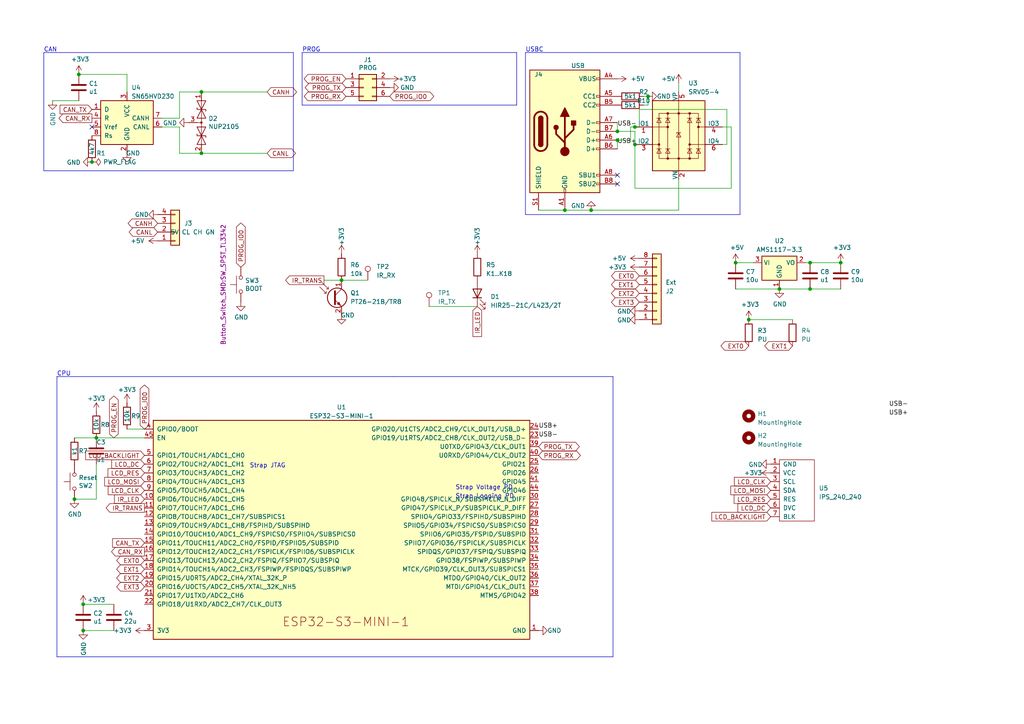
<source format=kicad_sch>
(kicad_sch (version 20230121) (generator eeschema)
  (paper "A4")
  (lib_symbols
    (symbol "Connector:TestPoint" (pin_numbers hide) (pin_names (offset 0.762) hide)
      (property "Reference" "TP" (at 0 6.858 0))
      (property "Value" "TestPoint" (at 0 5.08 0))
      (symbol "TestPoint_0_1"
        (circle (center 0 3.302) (radius 0.762))
      )
      (symbol "TestPoint_1_1"
        (pin passive line (at 0 0 90) (length 2.54) (name "1") (number "1"))
      )
    )
    (symbol "Connector:USB_C_Receptacle_USB2.0" (pin_names (offset 1.016))
      (property "Reference" "J" (at -10.16 19.05 0))
      (property "Value" "USB_C_Receptacle_USB2.0" (at 19.05 19.05 0))
      (symbol "USB_C_Receptacle_USB2.0_0_0"
        (rectangle (start -0.254 -17.78) (end 0.254 -16.764))
        (rectangle (start 10.16 -14.986) (end 9.144 -15.494))
        (rectangle (start 10.16 -12.446) (end 9.144 -12.954))
        (rectangle (start 10.16 -4.826) (end 9.144 -5.334))
        (rectangle (start 10.16 -2.286) (end 9.144 -2.794))
        (rectangle (start 10.16 0.254) (end 9.144 -0.254))
        (rectangle (start 10.16 2.794) (end 9.144 2.286))
        (rectangle (start 10.16 7.874) (end 9.144 7.366))
        (rectangle (start 10.16 10.414) (end 9.144 9.906))
        (rectangle (start 10.16 15.494) (end 9.144 14.986))
      )
      (symbol "USB_C_Receptacle_USB2.0_0_1"
        (rectangle (start -10.16 17.78) (end 10.16 -17.78) (stroke (width 0.254)) (fill (type background)))
        (arc (start -8.89 -3.81) (mid -6.985 -5.7067) (end -5.08 -3.81) (stroke (width 0.508)))
        (arc (start -7.62 -3.81) (mid -6.985 -4.4423) (end -6.35 -3.81) (stroke (width 0.254)))
        (arc (start -7.62 -3.81) (mid -6.985 -4.4423) (end -6.35 -3.81) (stroke (width 0.254)) (fill (type outline)))
        (rectangle (start -7.62 -3.81) (end -6.35 3.81) (stroke (width 0.254)) (fill (type outline)))
        (arc (start -6.35 3.81) (mid -6.985 4.4423) (end -7.62 3.81) (stroke (width 0.254)))
        (arc (start -6.35 3.81) (mid -6.985 4.4423) (end -7.62 3.81) (stroke (width 0.254)) (fill (type outline)))
        (arc (start -5.08 3.81) (mid -6.985 5.7067) (end -8.89 3.81) (stroke (width 0.508)))
        (circle (center -2.54 1.143) (radius 0.635) (stroke (width 0.254)) (fill (type outline)))
        (circle (center 0 -5.842) (radius 1.27) (fill (type outline)))
        (polyline (pts (xy -8.89 -3.81) (xy -8.89 3.81)) (stroke (width 0.508)))
        (polyline (pts (xy -5.08 3.81) (xy -5.08 -3.81)) (stroke (width 0.508)))
        (polyline (pts (xy 0 -5.842) (xy 0 4.318)) (stroke (width 0.508)))
        (polyline (pts (xy 0 -3.302) (xy -2.54 -0.762) (xy -2.54 0.508)) (stroke (width 0.508)))
        (polyline (pts (xy 0 -2.032) (xy 2.54 0.508) (xy 2.54 1.778)) (stroke (width 0.508)))
        (polyline (pts (xy -1.27 4.318) (xy 0 6.858) (xy 1.27 4.318) (xy -1.27 4.318)) (stroke (width 0.254)) (fill (type outline)))
        (rectangle (start 1.905 1.778) (end 3.175 3.048) (stroke (width 0.254)) (fill (type outline)))
      )
      (symbol "USB_C_Receptacle_USB2.0_1_1"
        (pin passive line (at 0 -22.86 90) (length 5.08) (name "GND") (number "A1"))
        (pin passive line (at 0 -22.86 90) (length 5.08) hide (name "GND") (number "A12"))
        (pin passive line (at 15.24 15.24 180) (length 5.08) (name "VBUS") (number "A4"))
        (pin bidirectional line (at 15.24 10.16 180) (length 5.08) (name "CC1") (number "A5"))
        (pin bidirectional line (at 15.24 -2.54 180) (length 5.08) (name "D+") (number "A6"))
        (pin bidirectional line (at 15.24 2.54 180) (length 5.08) (name "D-") (number "A7"))
        (pin bidirectional line (at 15.24 -12.7 180) (length 5.08) (name "SBU1") (number "A8"))
        (pin passive line (at 15.24 15.24 180) (length 5.08) hide (name "VBUS") (number "A9"))
        (pin passive line (at 0 -22.86 90) (length 5.08) hide (name "GND") (number "B1"))
        (pin passive line (at 0 -22.86 90) (length 5.08) hide (name "GND") (number "B12"))
        (pin passive line (at 15.24 15.24 180) (length 5.08) hide (name "VBUS") (number "B4"))
        (pin bidirectional line (at 15.24 7.62 180) (length 5.08) (name "CC2") (number "B5"))
        (pin bidirectional line (at 15.24 -5.08 180) (length 5.08) (name "D+") (number "B6"))
        (pin bidirectional line (at 15.24 0 180) (length 5.08) (name "D-") (number "B7"))
        (pin bidirectional line (at 15.24 -15.24 180) (length 5.08) (name "SBU2") (number "B8"))
        (pin passive line (at 15.24 15.24 180) (length 5.08) hide (name "VBUS") (number "B9"))
        (pin passive line (at -7.62 -22.86 90) (length 5.08) (name "SHIELD") (number "S1"))
      )
    )
    (symbol "Connector_Generic:Conn_01x04" (pin_names (offset 1.016) hide)
      (property "Reference" "J" (at 0 5.08 0))
      (property "Value" "Conn_01x04" (at 0 -7.62 0))
      (symbol "Conn_01x04_1_1"
        (rectangle (start -1.27 -4.953) (end 0 -5.207) (stroke (width 0.1524)))
        (rectangle (start -1.27 -2.413) (end 0 -2.667) (stroke (width 0.1524)))
        (rectangle (start -1.27 0.127) (end 0 -0.127) (stroke (width 0.1524)))
        (rectangle (start -1.27 2.667) (end 0 2.413) (stroke (width 0.1524)))
        (rectangle (start -1.27 3.81) (end 1.27 -6.35) (stroke (width 0.254)) (fill (type background)))
        (pin passive line (at -5.08 2.54 0) (length 3.81) (name "Pin_1") (number "1"))
        (pin passive line (at -5.08 0 0) (length 3.81) (name "Pin_2") (number "2"))
        (pin passive line (at -5.08 -2.54 0) (length 3.81) (name "Pin_3") (number "3"))
        (pin passive line (at -5.08 -5.08 0) (length 3.81) (name "Pin_4") (number "4"))
      )
    )
    (symbol "Connector_Generic:Conn_01x08" (pin_names (offset 1.016) hide)
      (property "Reference" "J" (at 0 10.16 0))
      (property "Value" "Conn_01x08" (at 0 -12.7 0))
      (symbol "Conn_01x08_1_1"
        (rectangle (start -1.27 -10.033) (end 0 -10.287) (stroke (width 0.1524)))
        (rectangle (start -1.27 -7.493) (end 0 -7.747) (stroke (width 0.1524)))
        (rectangle (start -1.27 -4.953) (end 0 -5.207) (stroke (width 0.1524)))
        (rectangle (start -1.27 -2.413) (end 0 -2.667) (stroke (width 0.1524)))
        (rectangle (start -1.27 0.127) (end 0 -0.127) (stroke (width 0.1524)))
        (rectangle (start -1.27 2.667) (end 0 2.413) (stroke (width 0.1524)))
        (rectangle (start -1.27 5.207) (end 0 4.953) (stroke (width 0.1524)))
        (rectangle (start -1.27 7.747) (end 0 7.493) (stroke (width 0.1524)))
        (rectangle (start -1.27 8.89) (end 1.27 -11.43) (stroke (width 0.254)) (fill (type background)))
        (pin passive line (at -5.08 7.62 0) (length 3.81) (name "Pin_1") (number "1"))
        (pin passive line (at -5.08 5.08 0) (length 3.81) (name "Pin_2") (number "2"))
        (pin passive line (at -5.08 2.54 0) (length 3.81) (name "Pin_3") (number "3"))
        (pin passive line (at -5.08 0 0) (length 3.81) (name "Pin_4") (number "4"))
        (pin passive line (at -5.08 -2.54 0) (length 3.81) (name "Pin_5") (number "5"))
        (pin passive line (at -5.08 -5.08 0) (length 3.81) (name "Pin_6") (number "6"))
        (pin passive line (at -5.08 -7.62 0) (length 3.81) (name "Pin_7") (number "7"))
        (pin passive line (at -5.08 -10.16 0) (length 3.81) (name "Pin_8") (number "8"))
      )
    )
    (symbol "Connector_Generic:Conn_02x03_Odd_Even" (pin_names (offset 1.016) hide)
      (property "Reference" "J" (at 1.27 5.08 0))
      (property "Value" "Conn_02x03_Odd_Even" (at 1.27 -5.08 0))
      (symbol "Conn_02x03_Odd_Even_1_1"
        (rectangle (start -1.27 -2.413) (end 0 -2.667) (stroke (width 0.1524)))
        (rectangle (start -1.27 0.127) (end 0 -0.127) (stroke (width 0.1524)))
        (rectangle (start -1.27 2.667) (end 0 2.413) (stroke (width 0.1524)))
        (rectangle (start -1.27 3.81) (end 3.81 -3.81) (stroke (width 0.254)) (fill (type background)))
        (rectangle (start 3.81 -2.413) (end 2.54 -2.667) (stroke (width 0.1524)))
        (rectangle (start 3.81 0.127) (end 2.54 -0.127) (stroke (width 0.1524)))
        (rectangle (start 3.81 2.667) (end 2.54 2.413) (stroke (width 0.1524)))
        (pin passive line (at -5.08 2.54 0) (length 3.81) (name "Pin_1") (number "1"))
        (pin passive line (at 7.62 2.54 180) (length 3.81) (name "Pin_2") (number "2"))
        (pin passive line (at -5.08 0 0) (length 3.81) (name "Pin_3") (number "3"))
        (pin passive line (at 7.62 0 180) (length 3.81) (name "Pin_4") (number "4"))
        (pin passive line (at -5.08 -2.54 0) (length 3.81) (name "Pin_5") (number "5"))
        (pin passive line (at 7.62 -2.54 180) (length 3.81) (name "Pin_6") (number "6"))
      )
    )
    (symbol "Device:C" (pin_numbers hide) (pin_names (offset 0.254))
      (property "Reference" "C" (at 0.635 2.54 0))
      (property "Value" "C" (at 0.635 -2.54 0))
      (symbol "C_0_1"
        (polyline (pts (xy -2.032 -0.762) (xy 2.032 -0.762)) (stroke (width 0.508)))
        (polyline (pts (xy -2.032 0.762) (xy 2.032 0.762)) (stroke (width 0.508)))
      )
      (symbol "C_1_1"
        (pin passive line (at 0 3.81 270) (length 2.794) (name "~") (number "1"))
        (pin passive line (at 0 -3.81 90) (length 2.794) (name "~") (number "2"))
      )
    )
    (symbol "Device:Q_Photo_NPN" (pin_names (offset 0) hide)
      (property "Reference" "Q" (at 5.08 1.27 0))
      (property "Value" "Q_Photo_NPN" (at 5.08 -1.27 0))
      (symbol "Q_Photo_NPN_0_1"
        (polyline (pts (xy -1.905 1.27) (xy -2.54 1.27)))
        (polyline (pts (xy -1.27 2.54) (xy -1.905 2.54)))
        (polyline (pts (xy 0.635 0.635) (xy 2.54 2.54)))
        (polyline (pts (xy -3.81 3.175) (xy -1.905 1.27) (xy -1.905 1.905)))
        (polyline (pts (xy -3.175 4.445) (xy -1.27 2.54) (xy -1.27 3.175)))
        (polyline (pts (xy 0.635 -0.635) (xy 2.54 -2.54) (xy 2.54 -2.54)))
        (polyline (pts (xy 0.635 1.905) (xy 0.635 -1.905) (xy 0.635 -1.905)) (stroke (width 0.508)))
        (polyline (pts (xy 1.27 -1.778) (xy 1.778 -1.27) (xy 2.286 -2.286) (xy 1.27 -1.778) (xy 1.27 -1.778)) (fill (type outline)))
        (circle (center 1.27 0) (radius 2.8194) (stroke (width 0.254)))
      )
      (symbol "Q_Photo_NPN_1_1"
        (pin passive line (at 2.54 5.08 270) (length 2.54) (name "C") (number "1"))
        (pin passive line (at 2.54 -5.08 90) (length 2.54) (name "E") (number "2"))
      )
    )
    (symbol "Device:R" (pin_numbers hide) (pin_names (offset 0))
      (property "Reference" "R" (at 2.032 0 90))
      (property "Value" "R" (at 0 0 90))
      (symbol "R_0_1"
        (rectangle (start -1.016 -2.54) (end 1.016 2.54) (stroke (width 0.254)))
      )
      (symbol "R_1_1"
        (pin passive line (at 0 3.81 270) (length 1.27) (name "~") (number "1"))
        (pin passive line (at 0 -3.81 90) (length 1.27) (name "~") (number "2"))
      )
    )
    (symbol "Diode:SM712_SOT23" (pin_names (offset 1.016) hide)
      (property "Reference" "D" (at 0 4.445 0))
      (property "Value" "SM712_SOT23" (at 0 2.54 0))
      (symbol "SM712_SOT23_0_0"
        (polyline (pts (xy 0 -1.27) (xy 0 0)))
      )
      (symbol "SM712_SOT23_0_1"
        (polyline (pts (xy -6.35 0) (xy 6.35 0)))
        (polyline (pts (xy -3.302 1.27) (xy -3.81 1.27) (xy -3.81 -1.27) (xy -4.318 -1.27)) (stroke (width 0.2032)))
        (polyline (pts (xy 4.318 1.27) (xy 3.81 1.27) (xy 3.81 -1.27) (xy 3.302 -1.27)) (stroke (width 0.2032)))
        (polyline (pts (xy -6.35 -1.27) (xy -1.27 1.27) (xy -1.27 -1.27) (xy -6.35 1.27) (xy -6.35 -1.27)) (stroke (width 0.2032)))
        (polyline (pts (xy 1.27 -1.27) (xy 1.27 1.27) (xy 6.35 -1.27) (xy 6.35 1.27) (xy 1.27 -1.27)) (stroke (width 0.2032)))
        (circle (center 0 0) (radius 0.254) (fill (type outline)))
      )
      (symbol "SM712_SOT23_1_1"
        (pin passive line (at -8.89 0 0) (length 2.54) (name "A1") (number "1"))
        (pin passive line (at 8.89 0 180) (length 2.54) (name "A2") (number "2"))
        (pin input line (at 0 -3.81 90) (length 2.54) (name "common") (number "3"))
      )
    )
    (symbol "Espressif:ESP32-S3-MINI-1" (pin_names (offset 1.016))
      (property "Reference" "U" (at -55.88 38.1 0))
      (property "Value" "ESP32-S3-MINI-1" (at -55.88 35.56 0))
      (symbol "ESP32-S3-MINI-1_0_0"
        (rectangle (start -55.88 33.02) (end 53.34 -30.48) (stroke (width 0.254)) (fill (type background)))
        (text "ESP32-S3-MINI-1" (at 0 -25.4 0) (effects (font (size 2.54 2.54))))
        (pin power_in line (at 55.88 -27.94 180) (length 2.54) (name "GND") (number "1"))
        (pin bidirectional line (at -58.42 10.16 0) (length 2.54) (name "GPIO6/TOUCH6/ADC1_CH5") (number "10"))
        (pin bidirectional line (at -58.42 7.62 0) (length 2.54) (name "GPIO7/TOUCH7/ADC1_CH6") (number "11"))
        (pin bidirectional line (at -58.42 5.08 0) (length 2.54) (name "GPIO8/TOUCH8/ADC1_CH7/SUBSPICS1") (number "12"))
        (pin bidirectional line (at -58.42 2.54 0) (length 2.54) (name "GPIO9/TOUCH9/ADC1_CH8/FSPIHD/SUBSPIHD") (number "13"))
        (pin bidirectional line (at -58.42 0 0) (length 2.54) (name "GPIO10/TOUCH10/ADC1_CH9/FSPICS0/FSPIIO4/SUBSPICS0") (number "14"))
        (pin bidirectional line (at -58.42 -2.54 0) (length 2.54) (name "GPIO11/TOUCH11/ADC2_CH0/FSPID/FSPIIO5/SUBSPID") (number "15"))
        (pin bidirectional line (at -58.42 -5.08 0) (length 2.54) (name "GPIO12/TOUCH12/ADC2_CH1/FSPICLK/FSPIIO6/SUBSPICLK") (number "16"))
        (pin bidirectional line (at -58.42 -7.62 0) (length 2.54) (name "GPIO13/TOUCH13/ADC2_CH2/FSPIQ/FSPIIO7/SUBSPIQ") (number "17"))
        (pin bidirectional line (at -58.42 -10.16 0) (length 2.54) (name "GPIO14/TOUCH14/ADC2_CH3/FSPIWP/FSPIDQS/SUBSPIWP") (number "18"))
        (pin bidirectional line (at -58.42 -12.7 0) (length 2.54) (name "GPIO15/U0RTS/ADC2_CH4/XTAL_32K_P") (number "19"))
        (pin passive line (at 55.88 -27.94 180) (length 2.54) hide (name "GND") (number "2"))
        (pin bidirectional line (at -58.42 -15.24 0) (length 2.54) (name "GPIO16/U0CTS/ADC2_CH5/XTAL_32K_NH5") (number "20"))
        (pin bidirectional line (at -58.42 -17.78 0) (length 2.54) (name "GPIO17/U1TXD/ADC2_CH6") (number "21"))
        (pin bidirectional line (at -58.42 -20.32 0) (length 2.54) (name "GPIO18/U1RXD/ADC2_CH7/CLK_OUT3") (number "22"))
        (pin bidirectional line (at 55.88 27.94 180) (length 2.54) (name "GPIO19/U1RTS/ADC2_CH8/CLK_OUT2/USB_D-") (number "23"))
        (pin bidirectional line (at 55.88 30.48 180) (length 2.54) (name "GPIO20/U1CTS/ADC2_CH9/CLK_OUT1/USB_D+") (number "24"))
        (pin bidirectional line (at 55.88 20.32 180) (length 2.54) (name "GPIO21") (number "25"))
        (pin bidirectional line (at 55.88 17.78 180) (length 2.54) (name "GPIO26") (number "26"))
        (pin bidirectional line (at 55.88 7.62 180) (length 2.54) (name "GPIO47/SPICLK_P/SUBSPICLK_P_DIFF") (number "27"))
        (pin bidirectional line (at 55.88 5.08 180) (length 2.54) (name "SPIIO4/GPIO33/FSPIHD/SUBSPIHD") (number "28"))
        (pin bidirectional line (at 55.88 2.54 180) (length 2.54) (name "SPIIO5/GPIO34/FSPICS0/SUBSPICS0") (number "29"))
        (pin power_in line (at -58.42 -27.94 0) (length 2.54) (name "3V3") (number "3"))
        (pin bidirectional line (at 55.88 10.16 180) (length 2.54) (name "GPIO48/SPICLK_N/SUBSPICLK_N_DIFF") (number "30"))
        (pin bidirectional line (at 55.88 0 180) (length 2.54) (name "SPIIO6/GPIO35/FSPID/SUBSPID") (number "31"))
        (pin bidirectional line (at 55.88 -2.54 180) (length 2.54) (name "SPIIO7/GPIO36/FSPICLK/SUBSPICLK") (number "32"))
        (pin bidirectional line (at 55.88 -5.08 180) (length 2.54) (name "SPIDQS/GPIO37/FSPIQ/SUBSPIQ") (number "33"))
        (pin bidirectional line (at 55.88 -7.62 180) (length 2.54) (name "GPIO38/FSPIWP/SUBSPIWP") (number "34"))
        (pin bidirectional line (at 55.88 -10.16 180) (length 2.54) (name "MTCK/GPIO39/CLK_OUT3/SUBSPICS1") (number "35"))
        (pin bidirectional line (at 55.88 -12.7 180) (length 2.54) (name "MTDO/GPIO40/CLK_OUT2") (number "36"))
        (pin bidirectional line (at 55.88 -15.24 180) (length 2.54) (name "MTDI/GPIO41/CLK_OUT1") (number "37"))
        (pin bidirectional line (at 55.88 -17.78 180) (length 2.54) (name "MTMS/GPIO42") (number "38"))
        (pin bidirectional line (at 55.88 25.4 180) (length 2.54) (name "U0TXD/GPIO43/CLK_OUT1") (number "39"))
        (pin bidirectional line (at -58.42 30.48 0) (length 2.54) (name "GPIO0/BOOT") (number "4"))
        (pin bidirectional line (at 55.88 22.86 180) (length 2.54) (name "U0RXD/GPIO44/CLK_OUT2") (number "40"))
        (pin bidirectional line (at 55.88 15.24 180) (length 2.54) (name "GPIO45") (number "41"))
        (pin passive line (at 55.88 -27.94 180) (length 2.54) hide (name "GND") (number "42"))
        (pin passive line (at 55.88 -27.94 180) (length 2.54) hide (name "GND") (number "43"))
        (pin bidirectional line (at 55.88 12.7 180) (length 2.54) (name "GPIO46") (number "44"))
        (pin input line (at -58.42 27.94 0) (length 2.54) (name "EN") (number "45"))
        (pin passive line (at 55.88 -27.94 180) (length 2.54) hide (name "GND") (number "46"))
        (pin passive line (at 55.88 -27.94 180) (length 2.54) hide (name "GND") (number "47"))
        (pin passive line (at 55.88 -27.94 180) (length 2.54) hide (name "GND") (number "48"))
        (pin passive line (at 55.88 -27.94 180) (length 2.54) hide (name "GND") (number "49"))
        (pin bidirectional line (at -58.42 22.86 0) (length 2.54) (name "GPIO1/TOUCH1/ADC1_CH0") (number "5"))
        (pin passive line (at 55.88 -27.94 180) (length 2.54) hide (name "GND") (number "50"))
        (pin passive line (at 55.88 -27.94 180) (length 2.54) hide (name "GND") (number "51"))
        (pin passive line (at 55.88 -27.94 180) (length 2.54) hide (name "GND") (number "52"))
        (pin passive line (at 55.88 -27.94 180) (length 2.54) hide (name "GND") (number "53"))
        (pin passive line (at 55.88 -27.94 180) (length 2.54) hide (name "GND") (number "54"))
        (pin passive line (at 55.88 -27.94 180) (length 2.54) hide (name "GND") (number "55"))
        (pin passive line (at 55.88 -27.94 180) (length 2.54) hide (name "GND") (number "56"))
        (pin passive line (at 55.88 -27.94 180) (length 2.54) hide (name "GND") (number "57"))
        (pin passive line (at 55.88 -27.94 180) (length 2.54) hide (name "GND") (number "58"))
        (pin passive line (at 55.88 -27.94 180) (length 2.54) hide (name "GND") (number "59"))
        (pin bidirectional line (at -58.42 20.32 0) (length 2.54) (name "GPIO2/TOUCH2/ADC1_CH1") (number "6"))
        (pin passive line (at 55.88 -27.94 180) (length 2.54) hide (name "GND") (number "60"))
        (pin passive line (at 55.88 -27.94 180) (length 2.54) hide (name "GND") (number "61"))
        (pin passive line (at 55.88 -27.94 180) (length 2.54) hide (name "GND") (number "62"))
        (pin passive line (at 55.88 -27.94 180) (length 2.54) hide (name "GND") (number "63"))
        (pin passive line (at 55.88 -27.94 180) (length 2.54) hide (name "GND") (number "64"))
        (pin passive line (at 55.88 -27.94 180) (length 2.54) hide (name "GND") (number "65"))
        (pin bidirectional line (at -58.42 17.78 0) (length 2.54) (name "GPIO3/TOUCH3/ADC1_CH2") (number "7"))
        (pin bidirectional line (at -58.42 15.24 0) (length 2.54) (name "GPIO4/TOUCH4/ADC1_CH3") (number "8"))
        (pin bidirectional line (at -58.42 12.7 0) (length 2.54) (name "GPIO5/TOUCH5/ADC1_CH4") (number "9"))
      )
    )
    (symbol "Interface_CAN_LIN:SN65HVD230" (pin_names (offset 1.016))
      (property "Reference" "U" (at -2.54 10.16 0))
      (property "Value" "SN65HVD230" (at -2.54 7.62 0))
      (symbol "SN65HVD230_0_1"
        (rectangle (start -7.62 5.08) (end 7.62 -7.62) (stroke (width 0.254)) (fill (type background)))
      )
      (symbol "SN65HVD230_1_1"
        (pin input line (at -10.16 2.54 0) (length 2.54) (name "D") (number "1"))
        (pin power_in line (at 0 -10.16 90) (length 2.54) (name "GND") (number "2"))
        (pin power_in line (at 0 7.62 270) (length 2.54) (name "VCC") (number "3"))
        (pin output line (at -10.16 0 0) (length 2.54) (name "R") (number "4"))
        (pin output line (at -10.16 -2.54 0) (length 2.54) (name "Vref") (number "5"))
        (pin bidirectional line (at 10.16 -2.54 180) (length 2.54) (name "CANL") (number "6"))
        (pin bidirectional line (at 10.16 0 180) (length 2.54) (name "CANH") (number "7"))
        (pin input line (at -10.16 -5.08 0) (length 2.54) (name "Rs") (number "8"))
      )
    )
    (symbol "LED:IR26-21C_L110_TR8" (pin_numbers hide) (pin_names (offset 1.016) hide)
      (property "Reference" "D" (at 0 2.54 0))
      (property "Value" "IR26-21C_L110_TR8" (at 0 -3.81 0))
      (symbol "IR26-21C_L110_TR8_0_1"
        (polyline (pts (xy -1.27 -1.27) (xy -1.27 1.27)) (stroke (width 0.254)))
        (polyline (pts (xy -1.27 0) (xy 1.27 0)))
        (polyline (pts (xy 1.27 -1.27) (xy 1.27 1.27) (xy -1.27 0) (xy 1.27 -1.27)) (stroke (width 0.254)))
        (polyline (pts (xy -3.048 -0.762) (xy -4.572 -2.286) (xy -3.81 -2.286) (xy -4.572 -2.286) (xy -4.572 -1.524)))
        (polyline (pts (xy -1.778 -0.762) (xy -3.302 -2.286) (xy -2.54 -2.286) (xy -3.302 -2.286) (xy -3.302 -1.524)))
      )
      (symbol "IR26-21C_L110_TR8_1_1"
        (pin passive line (at -3.81 0 0) (length 2.54) (name "K") (number "1"))
        (pin passive line (at 3.81 0 180) (length 2.54) (name "A") (number "2"))
      )
    )
    (symbol "Mechanical:MountingHole" (pin_names (offset 1.016))
      (property "Reference" "H" (at 0 5.08 0))
      (property "Value" "MountingHole" (at 0 3.175 0))
      (symbol "MountingHole_0_1"
        (circle (center 0 0) (radius 1.27) (stroke (width 1.27)))
      )
    )
    (symbol "Power_Protection:SRV05-4" (pin_names (offset 0))
      (property "Reference" "U" (at -5.08 11.43 0))
      (property "Value" "SRV05-4" (at 2.54 11.43 0))
      (symbol "SRV05-4_0_0"
        (rectangle (start -5.715 6.477) (end 5.715 -6.604))
        (polyline (pts (xy -3.175 -6.604) (xy -3.175 6.477)))
        (polyline (pts (xy 3.175 6.477) (xy 3.175 -6.604)))
      )
      (symbol "SRV05-4_0_1"
        (rectangle (start -7.62 10.16) (end 7.62 -10.16) (stroke (width 0.254)) (fill (type background)))
        (circle (center -5.715 -2.54) (radius 0.2794) (fill (type outline)))
        (circle (center -3.175 -6.604) (radius 0.2794) (fill (type outline)))
        (circle (center -3.175 2.54) (radius 0.2794) (fill (type outline)))
        (circle (center -3.175 6.477) (radius 0.2794) (fill (type outline)))
        (circle (center 0 -6.604) (radius 0.2794) (fill (type outline)))
        (polyline (pts (xy -7.747 2.54) (xy -3.175 2.54)))
        (polyline (pts (xy -7.62 -2.54) (xy -5.715 -2.54)))
        (polyline (pts (xy -5.08 -3.81) (xy -6.35 -3.81)))
        (polyline (pts (xy -5.08 5.08) (xy -6.35 5.08)))
        (polyline (pts (xy -2.54 -3.81) (xy -3.81 -3.81)))
        (polyline (pts (xy -2.54 5.08) (xy -3.81 5.08)))
        (polyline (pts (xy 0 10.16) (xy 0 -10.16)))
        (polyline (pts (xy 3.81 -3.81) (xy 2.54 -3.81)))
        (polyline (pts (xy 3.81 5.08) (xy 2.54 5.08)))
        (polyline (pts (xy 6.35 -3.81) (xy 5.08 -3.81)))
        (polyline (pts (xy 6.35 5.08) (xy 5.08 5.08)))
        (polyline (pts (xy 7.62 -2.54) (xy 3.175 -2.54)))
        (polyline (pts (xy 7.62 2.54) (xy 5.715 2.54)))
        (polyline (pts (xy 0.635 0.889) (xy -0.635 0.889) (xy -0.635 0.635)))
        (polyline (pts (xy -5.08 -5.08) (xy -6.35 -5.08) (xy -5.715 -3.81) (xy -5.08 -5.08)))
        (polyline (pts (xy -5.08 3.81) (xy -6.35 3.81) (xy -5.715 5.08) (xy -5.08 3.81)))
        (polyline (pts (xy -2.54 -5.08) (xy -3.81 -5.08) (xy -3.175 -3.81) (xy -2.54 -5.08)))
        (polyline (pts (xy -2.54 3.81) (xy -3.81 3.81) (xy -3.175 5.08) (xy -2.54 3.81)))
        (polyline (pts (xy 0.635 -0.381) (xy -0.635 -0.381) (xy 0 0.889) (xy 0.635 -0.381)))
        (polyline (pts (xy 3.81 -5.08) (xy 2.54 -5.08) (xy 3.175 -3.81) (xy 3.81 -5.08)))
        (polyline (pts (xy 3.81 3.81) (xy 2.54 3.81) (xy 3.175 5.08) (xy 3.81 3.81)))
        (polyline (pts (xy 6.35 -5.08) (xy 5.08 -5.08) (xy 5.715 -3.81) (xy 6.35 -5.08)))
        (polyline (pts (xy 6.35 3.81) (xy 5.08 3.81) (xy 5.715 5.08) (xy 6.35 3.81)))
        (circle (center 0 6.477) (radius 0.2794) (fill (type outline)))
        (circle (center 3.175 -6.604) (radius 0.2794) (fill (type outline)))
        (circle (center 3.175 -2.54) (radius 0.2794) (fill (type outline)))
        (circle (center 3.175 6.477) (radius 0.2794) (fill (type outline)))
        (circle (center 5.715 2.54) (radius 0.2794) (fill (type outline)))
      )
      (symbol "SRV05-4_1_1"
        (pin passive line (at -12.7 2.54 0) (length 5.08) (name "IO1") (number "1"))
        (pin passive line (at 0 -12.7 90) (length 2.54) (name "VN") (number "2"))
        (pin passive line (at -12.7 -2.54 0) (length 5.08) (name "IO2") (number "3"))
        (pin passive line (at 12.7 2.54 180) (length 5.08) (name "IO3") (number "4"))
        (pin passive line (at 0 12.7 270) (length 2.54) (name "VP") (number "5"))
        (pin passive line (at 12.7 -2.54 180) (length 5.08) (name "IO4") (number "6"))
      )
    )
    (symbol "Regulator_Linear:AMS1117-3.3"
      (property "Reference" "U" (at -3.81 3.175 0))
      (property "Value" "AMS1117-3.3" (at 0 3.175 0))
      (symbol "AMS1117-3.3_0_1"
        (rectangle (start -5.08 -5.08) (end 5.08 1.905) (stroke (width 0.254)) (fill (type background)))
      )
      (symbol "AMS1117-3.3_1_1"
        (pin power_in line (at 0 -7.62 90) (length 2.54) (name "GND") (number "1"))
        (pin power_out line (at 7.62 0 180) (length 2.54) (name "VO") (number "2"))
        (pin power_in line (at -7.62 0 0) (length 2.54) (name "VI") (number "3"))
      )
    )
    (symbol "Switch:SW_Push" (pin_numbers hide) (pin_names (offset 1.016) hide)
      (property "Reference" "SW" (at 1.27 2.54 0))
      (property "Value" "SW_Push" (at 0 -1.524 0))
      (symbol "SW_Push_0_1"
        (circle (center -2.032 0) (radius 0.508))
        (polyline (pts (xy 0 1.27) (xy 0 3.048)))
        (polyline (pts (xy 2.54 1.27) (xy -2.54 1.27)))
        (circle (center 2.032 0) (radius 0.508))
        (pin passive line (at -5.08 0 0) (length 2.54) (name "1") (number "1"))
        (pin passive line (at 5.08 0 180) (length 2.54) (name "2") (number "2"))
      )
    )
    (symbol "liebler_OPTO:IPS_240_240" (pin_names (offset 1.016))
      (property "Reference" "U" (at -5.08 7.62 0))
      (property "Value" "IPS_240_240" (at -5.08 5.08 0))
      (symbol "IPS_240_240_0_1"
        (rectangle (start -5.08 3.81) (end 5.08 -13.97))
      )
      (symbol "IPS_240_240_1_1"
        (pin power_in line (at -7.62 2.54 0) (length 2.54) (name "GND") (number "1"))
        (pin power_in line (at -7.62 0 0) (length 2.54) (name "VCC") (number "2"))
        (pin input line (at -7.62 -2.54 0) (length 2.54) (name "SCL") (number "3"))
        (pin input line (at -7.62 -5.08 0) (length 2.54) (name "SDA") (number "4"))
        (pin input line (at -7.62 -7.62 0) (length 2.54) (name "RES") (number "5"))
        (pin input line (at -7.62 -10.16 0) (length 2.54) (name "DVC") (number "6"))
        (pin input line (at -7.62 -12.7 0) (length 2.54) (name "BLK") (number "7"))
      )
    )
    (symbol "power:+3V3" (power) (pin_names (offset 0))
      (property "Value" "+3V3" (at 0 3.556 0))
      (symbol "+3V3_0_1"
        (polyline (pts (xy -0.762 1.27) (xy 0 2.54)))
        (polyline (pts (xy 0 0) (xy 0 2.54)))
        (polyline (pts (xy 0 2.54) (xy 0.762 1.27)))
      )
      (symbol "+3V3_1_1"
        (pin power_in line (at 0 0 90) (length 0) hide (name "+3V3") (number "1"))
      )
    )
    (symbol "power:+5V" (power) (pin_names (offset 0))
      (property "Value" "+5V" (at 0 3.556 0))
      (symbol "+5V_0_1"
        (polyline (pts (xy -0.762 1.27) (xy 0 2.54)))
        (polyline (pts (xy 0 0) (xy 0 2.54)))
        (polyline (pts (xy 0 2.54) (xy 0.762 1.27)))
      )
      (symbol "+5V_1_1"
        (pin power_in line (at 0 0 90) (length 0) hide (name "+5V") (number "1"))
      )
    )
    (symbol "power:GND" (power) (pin_names (offset 0))
      (property "Value" "GND" (at 0 -3.81 0))
      (symbol "GND_0_1"
        (polyline (pts (xy 0 0) (xy 0 -1.27) (xy 1.27 -1.27) (xy 0 -2.54) (xy -1.27 -1.27) (xy 0 -1.27)))
      )
      (symbol "GND_1_1"
        (pin power_in line (at 0 0 270) (length 0) hide (name "GND") (number "1"))
      )
    )
    (symbol "power:PWR_FLAG" (power) (pin_numbers hide) (pin_names (offset 0) hide)
      (property "Value" "PWR_FLAG" (at 0 3.81 0))
      (symbol "PWR_FLAG_0_0"
        (pin power_out line (at 0 0 90) (length 0) (name "pwr") (number "1"))
      )
      (symbol "PWR_FLAG_0_1"
        (polyline (pts (xy 0 0) (xy 0 1.27) (xy -1.016 1.905) (xy 0 2.54) (xy 1.016 1.905) (xy 0 1.27)))
      )
    )
  )
  (junction (at 27.94 127))
  (junction (at 179.07 40.64))
  (junction (at 184.15 36.83))
  (junction (at 213.36 76.2))
  (junction (at 58.42 44.45))
  (junction (at 171.45 60.96))
  (junction (at 187.96 27.94))
  (junction (at 243.84 76.2))
  (junction (at 24.13 175.26))
  (junction (at 184.15 41.91))
  (junction (at 24.13 182.88))
  (junction (at 226.06 83.82))
  (junction (at 58.42 26.67))
  (junction (at 22.86 21.59))
  (junction (at 234.95 83.82))
  (junction (at 21.59 144.78))
  (junction (at 217.17 92.71))
  (junction (at 99.06 81.28))
  (junction (at 179.07 38.1))
  (junction (at 234.95 76.2))
  (junction (at 163.83 60.96))
  (junction (at 26.67 46.99))
  (no_connect (at 179.07 53.34))
  (no_connect (at 26.67 36.83))
  (no_connect (at 179.07 50.8))
  (wire (pts (xy 179.07 35.56) (xy 179.07 38.1)))
  (wire (pts (xy 179.07 38.1) (xy 184.15 38.1)))
  (wire (pts (xy 46.99 36.83) (xy 52.07 36.83)))
  (wire (pts (xy 234.95 76.2) (xy 243.84 76.2)))
  (wire (pts (xy 52.07 36.83) (xy 52.07 44.45)))
  (wire (pts (xy 212.09 54.61) (xy 212.09 36.83)))
  (wire (pts (xy 171.45 60.96) (xy 196.85 60.96)))
  (polyline (pts (xy 152.4 15.24) (xy 214.63 15.24)))
  (wire (pts (xy 182.88 36.83) (xy 184.15 36.83)))
  (wire (pts (xy 218.44 76.2) (xy 213.36 76.2)))
  (wire (pts (xy 27.94 144.78) (xy 21.59 144.78)))
  (wire (pts (xy 27.94 127) (xy 41.91 127)))
  (wire (pts (xy 213.36 83.82) (xy 226.06 83.82)))
  (wire (pts (xy 187.96 27.94) (xy 187.96 30.48)))
  (wire (pts (xy 33.02 182.88) (xy 24.13 182.88)))
  (wire (pts (xy 179.07 40.64) (xy 182.88 40.64)))
  (polyline (pts (xy 12.7 15.24) (xy 85.09 15.24)))
  (wire (pts (xy 52.07 44.45) (xy 58.42 44.45)))
  (wire (pts (xy 93.98 81.28) (xy 99.06 81.28)))
  (wire (pts (xy 226.06 83.82) (xy 234.95 83.82)))
  (wire (pts (xy 212.09 36.83) (xy 209.55 36.83)))
  (wire (pts (xy 58.42 26.67) (xy 52.07 26.67)))
  (polyline (pts (xy 16.51 109.22) (xy 114.3 109.22)))
  (wire (pts (xy 33.02 175.26) (xy 24.13 175.26)))
  (wire (pts (xy 179.07 40.64) (xy 179.07 43.18)))
  (polyline (pts (xy 85.09 15.24) (xy 85.09 49.53)))
  (polyline (pts (xy 152.4 15.24) (xy 152.4 62.23)))
  (wire (pts (xy 186.69 27.94) (xy 187.96 27.94)))
  (wire (pts (xy 185.42 36.83) (xy 185.42 31.75)))
  (wire (pts (xy 124.46 88.9) (xy 138.43 88.9)))
  (wire (pts (xy 182.88 40.64) (xy 182.88 36.83)))
  (wire (pts (xy 52.07 26.67) (xy 52.07 34.29)))
  (wire (pts (xy 58.42 44.45) (xy 77.47 44.45)))
  (polyline (pts (xy 87.63 15.24) (xy 149.86 15.24)))
  (wire (pts (xy 21.59 127) (xy 27.94 127)))
  (polyline (pts (xy 16.51 109.22) (xy 16.51 190.5)))
  (polyline (pts (xy 177.8 109.22) (xy 177.8 190.5)))
  (polyline (pts (xy 149.86 30.48) (xy 87.63 30.48)))
  (polyline (pts (xy 114.3 109.22) (xy 177.8 109.22)))
  (wire (pts (xy 36.83 26.67) (xy 36.83 21.59)))
  (wire (pts (xy 58.42 26.67) (xy 77.47 26.67)))
  (polyline (pts (xy 16.51 190.5) (xy 177.8 190.5)))
  (wire (pts (xy 184.15 38.1) (xy 184.15 41.91)))
  (wire (pts (xy 184.15 54.61) (xy 212.09 54.61)))
  (wire (pts (xy 22.86 29.21) (xy 15.24 29.21)))
  (wire (pts (xy 22.86 21.59) (xy 36.83 21.59)))
  (wire (pts (xy 217.17 92.71) (xy 229.87 92.71)))
  (wire (pts (xy 184.15 36.83) (xy 185.42 36.83)))
  (wire (pts (xy 163.83 60.96) (xy 171.45 60.96)))
  (wire (pts (xy 234.95 83.82) (xy 243.84 83.82)))
  (wire (pts (xy 210.82 41.91) (xy 209.55 41.91)))
  (wire (pts (xy 185.42 31.75) (xy 210.82 31.75)))
  (wire (pts (xy 52.07 34.29) (xy 46.99 34.29)))
  (polyline (pts (xy 16.51 109.22) (xy 16.51 109.22)))
  (polyline (pts (xy 214.63 15.24) (xy 214.63 62.23)))
  (polyline (pts (xy 214.63 62.23) (xy 152.4 62.23)))
  (wire (pts (xy 196.85 52.07) (xy 196.85 60.96)))
  (wire (pts (xy 187.96 30.48) (xy 186.69 30.48)))
  (wire (pts (xy 156.21 60.96) (xy 163.83 60.96)))
  (wire (pts (xy 99.06 81.28) (xy 106.68 81.28)))
  (wire (pts (xy 27.94 134.62) (xy 27.94 144.78)))
  (polyline (pts (xy 12.7 49.53) (xy 12.7 15.24)))
  (wire (pts (xy 196.85 26.67) (xy 196.85 24.13)))
  (polyline (pts (xy 87.63 15.24) (xy 87.63 30.48)))
  (polyline (pts (xy 85.09 49.53) (xy 12.7 49.53)))
  (wire (pts (xy 184.15 41.91) (xy 184.15 54.61)))
  (polyline (pts (xy 149.86 15.24) (xy 149.86 30.48)))
  (wire (pts (xy 210.82 31.75) (xy 210.82 41.91)))
  (wire (pts (xy 36.83 124.46) (xy 41.91 124.46)))
  (wire (pts (xy 234.95 76.2) (xy 233.68 76.2)))
  (text "Strap JTAG" (at 72.39 135.89 0) (effects (font (size 1.27 1.27)) (justify left bottom)))
  (text "Strap Voltage PD" (at 132.08 142.24 0) (effects (font (size 1.27 1.27)) (justify left bottom)))
  (text "CPU" (at 16.51 109.22 0) (effects (font (size 1.27 1.27)) (justify left bottom)))
  (text "Strap Logging PD" (at 132.08 144.78 0) (effects (font (size 1.27 1.27)) (justify left bottom)))
  (text "USBC" (at 152.4 15.24 0) (effects (font (size 1.27 1.27)) (justify left bottom)))
  (text "CAN" (at 12.7 15.24 0) (effects (font (size 1.27 1.27)) (justify left bottom)))
  (text "PROG" (at 87.63 15.24 0) (effects (font (size 1.27 1.27)) (justify left bottom)))
  (label "USB-" (at 156.21 127 0))
  (label "USB-" (at 179.07 36.83 0))
  (label "USB+" (at 179.07 41.91 0))
  (label "USB+" (at 257.81 120.65 0))
  (label "USB+" (at 156.21 124.46 0))
  (label "USB-" (at 257.81 118.11 0))
  (global_label "EXT3" (shape bidirectional) (at 41.91 170.18 180) (property "Intersheetrefs" "${INTERSHEET_REFS}" (effects hide)))
  (global_label "EXT1" (shape bidirectional) (at 41.91 165.1 180) (property "Intersheetrefs" "${INTERSHEET_REFS}" (effects hide)))
  (global_label "LCD_CLK" (shape input) (at 41.91 142.24 180) (property "Intersheetrefs" "${INTERSHEET_REFS}" (effects hide)))
  (global_label "LCD_BACKLIGHT" (shape input) (at 223.52 149.86 180) (property "Intersheetrefs" "${INTERSHEET_REFS}" (effects hide)))
  (global_label "PROG_IO0" (shape bidirectional) (at 113.03 27.94 0) (property "Intersheetrefs" "${INTERSHEET_REFS}" (effects hide)))
  (global_label "LCD_RES" (shape input) (at 41.91 137.16 180) (property "Intersheetrefs" "${INTERSHEET_REFS}" (effects hide)))
  (global_label "IR_LED" (shape input) (at 138.43 88.9 270) (property "Intersheetrefs" "${INTERSHEET_REFS}" (effects hide)))
  (global_label "CAN_TX" (shape input) (at 26.67 31.75 180) (property "Intersheetrefs" "${INTERSHEET_REFS}" (effects hide)))
  (global_label "EXT1" (shape bidirectional) (at 185.42 82.55 180) (property "Intersheetrefs" "${INTERSHEET_REFS}" (effects hide)))
  (global_label "PROG_TX" (shape bidirectional) (at 156.21 129.54 0) (property "Intersheetrefs" "${INTERSHEET_REFS}" (effects hide)))
  (global_label "CANL" (shape bidirectional) (at 45.72 67.31 180) (property "Intersheetrefs" "${INTERSHEET_REFS}" (effects hide)))
  (global_label "EXT3" (shape bidirectional) (at 185.42 87.63 180) (property "Intersheetrefs" "${INTERSHEET_REFS}" (effects hide)))
  (global_label "LCD_MOSI" (shape input) (at 223.52 142.24 180) (property "Intersheetrefs" "${INTERSHEET_REFS}" (effects hide)))
  (global_label "IR_LED" (shape input) (at 41.91 144.78 180) (property "Intersheetrefs" "${INTERSHEET_REFS}" (effects hide)))
  (global_label "CANH" (shape bidirectional) (at 45.72 64.77 180) (property "Intersheetrefs" "${INTERSHEET_REFS}" (effects hide)))
  (global_label "IR_TRANS" (shape output) (at 41.91 147.32 180) (property "Intersheetrefs" "${INTERSHEET_REFS}" (effects hide)))
  (global_label "PROG_TX" (shape bidirectional) (at 100.33 25.4 180) (property "Intersheetrefs" "${INTERSHEET_REFS}" (effects hide)))
  (global_label "EXT0" (shape bidirectional) (at 217.17 100.33 180) (property "Intersheetrefs" "${INTERSHEET_REFS}" (effects hide)))
  (global_label "PROG_IO0" (shape bidirectional) (at 41.91 124.46 90) (property "Intersheetrefs" "${INTERSHEET_REFS}" (effects hide)))
  (global_label "LCD_RES" (shape input) (at 223.52 144.78 180) (property "Intersheetrefs" "${INTERSHEET_REFS}" (effects hide)))
  (global_label "CANL" (shape bidirectional) (at 77.47 44.45 0) (property "Intersheetrefs" "${INTERSHEET_REFS}" (effects hide)))
  (global_label "EXT2" (shape bidirectional) (at 185.42 85.09 180) (property "Intersheetrefs" "${INTERSHEET_REFS}" (effects hide)))
  (global_label "LCD_CLK" (shape input) (at 223.52 139.7 180) (property "Intersheetrefs" "${INTERSHEET_REFS}" (effects hide)))
  (global_label "IR_TRANS" (shape output) (at 93.98 81.28 180) (property "Intersheetrefs" "${INTERSHEET_REFS}" (effects hide)))
  (global_label "PROG_EN" (shape bidirectional) (at 33.02 127 90) (property "Intersheetrefs" "${INTERSHEET_REFS}" (effects hide)))
  (global_label "EXT0" (shape bidirectional) (at 41.91 162.56 180) (property "Intersheetrefs" "${INTERSHEET_REFS}" (effects hide)))
  (global_label "EXT1" (shape bidirectional) (at 229.87 100.33 180) (property "Intersheetrefs" "${INTERSHEET_REFS}" (effects hide)))
  (global_label "LCD_MOSI" (shape input) (at 41.91 139.7 180) (property "Intersheetrefs" "${INTERSHEET_REFS}" (effects hide)))
  (global_label "EXT2" (shape bidirectional) (at 41.91 167.64 180) (property "Intersheetrefs" "${INTERSHEET_REFS}" (effects hide)))
  (global_label "CAN_TX" (shape input) (at 41.91 157.48 180) (property "Intersheetrefs" "${INTERSHEET_REFS}" (effects hide)))
  (global_label "PROG_RX" (shape bidirectional) (at 100.33 27.94 180) (property "Intersheetrefs" "${INTERSHEET_REFS}" (effects hide)))
  (global_label "PROG_EN" (shape bidirectional) (at 100.33 22.86 180) (property "Intersheetrefs" "${INTERSHEET_REFS}" (effects hide)))
  (global_label "LCD_BACKLIGHT" (shape input) (at 41.91 132.08 180) (property "Intersheetrefs" "${INTERSHEET_REFS}" (effects hide)))
  (global_label "PROG_RX" (shape bidirectional) (at 156.21 132.08 0) (property "Intersheetrefs" "${INTERSHEET_REFS}" (effects hide)))
  (global_label "PROG_IO0" (shape bidirectional) (at 69.85 77.47 90) (property "Intersheetrefs" "${INTERSHEET_REFS}" (effects hide)))
  (global_label "CANH" (shape bidirectional) (at 77.47 26.67 0) (property "Intersheetrefs" "${INTERSHEET_REFS}" (effects hide)))
  (global_label "CAN_RX" (shape output) (at 26.67 34.29 180) (property "Intersheetrefs" "${INTERSHEET_REFS}" (effects hide)))
  (global_label "CAN_RX" (shape output) (at 41.91 160.02 180) (property "Intersheetrefs" "${INTERSHEET_REFS}" (effects hide)))
  (global_label "EXT0" (shape bidirectional) (at 185.42 80.01 180) (property "Intersheetrefs" "${INTERSHEET_REFS}" (effects hide)))
  (global_label "LCD_DC" (shape input) (at 41.91 134.62 180) (property "Intersheetrefs" "${INTERSHEET_REFS}" (effects hide)))
  (global_label "LCD_DC" (shape input) (at 223.52 147.32 180) (property "Intersheetrefs" "${INTERSHEET_REFS}" (effects hide)))
  (symbol (lib_id "power:GND") (at 24.13 182.88 0) (unit 1)
    (property "Reference" "#PWR018" (effects hide))
    (property "Value" "GND" (at 24.257 186.1312 90) (effects (justify right)))
  )
  (symbol (lib_id "Device:R") (at 229.87 96.52 0) (unit 1)
    (property "Reference" "R4" (at 232.41 95.885 0) (effects (justify left)))
    (property "Value" "PU" (at 232.41 98.425 0) (effects (justify left)))
    (property "Footprint" "Resistor_SMD:R_0805_2012Metric_Pad1.20x1.40mm_HandSolder" (effects hide))
  )
  (symbol (lib_id "Connector:TestPoint") (at 106.68 81.28 0) (unit 1)
    (property "Reference" "TP2" (at 109.22 77.343 0) (effects (justify left)))
    (property "Value" "IR_RX" (at 109.22 79.883 0) (effects (justify left)))
    (property "Footprint" "TestPoint:TestPoint_Pad_D1.5mm" (effects hide))
  )
  (symbol (lib_id "Device:R") (at 27.94 123.19 180) (unit 1)
    (property "Reference" "R8" (at 30.48 123.19 0))
    (property "Value" "10k" (at 27.94 123.19 90))
    (property "Footprint" "Resistor_SMD:R_0402_1005Metric" (effects hide))
  )
  (symbol (lib_id "Device:R") (at 26.67 43.18 0) (unit 1)
    (property "Reference" "R1" (at 27.94 44.45 0) (effects (justify left)))
    (property "Value" "4k7" (at 26.67 43.18 90))
    (property "Footprint" "Resistor_SMD:R_0402_1005Metric" (effects hide))
  )
  (symbol (lib_id "Mechanical:MountingHole") (at 217.17 120.65 0) (unit 1)
    (property "Reference" "H1" (at 219.71 120.015 0) (effects (justify left)))
    (property "Value" "MountingHole" (at 219.71 122.555 0) (effects (justify left)))
    (property "Footprint" "MountingHole:MountingHole_2.2mm_M2" (effects hide))
  )
  (symbol (lib_id "power:+3V3") (at 217.17 92.71 0) (unit 1)
    (property "Reference" "#PWR034" (effects hide))
    (property "Value" "+3V3" (at 217.551 88.3158 0))
  )
  (symbol (lib_id "power:GND") (at 156.21 182.88 90) (unit 1)
    (property "Reference" "#PWR022" (effects hide))
    (property "Value" "GND" (at 158.75 182.88 90) (effects (justify right)))
  )
  (symbol (lib_id "Device:R") (at 99.06 77.47 0) (unit 1)
    (property "Reference" "R6" (at 101.6 76.835 0) (effects (justify left)))
    (property "Value" "10k" (at 101.6 79.375 0) (effects (justify left)))
    (property "Footprint" "Resistor_SMD:R_0402_1005Metric" (effects hide))
  )
  (symbol (lib_id "power:+5V") (at 213.36 76.2 0) (unit 1)
    (property "Reference" "#PWR023" (effects hide))
    (property "Value" "+5V" (at 213.741 71.8058 0))
  )
  (symbol (lib_id "Device:R") (at 182.88 30.48 90) (unit 1)
    (property "Reference" "R10" (at 186.69 29.21 90))
    (property "Value" "5k1" (at 182.88 30.48 90))
    (property "Footprint" "Resistor_SMD:R_0402_1005Metric" (effects hide))
  )
  (symbol (lib_id "Device:C") (at 24.13 179.07 0) (unit 1)
    (property "Reference" "C2" (at 27.051 177.9016 0) (effects (justify left)))
    (property "Value" "u1" (at 27.051 180.213 0) (effects (justify left)))
    (property "Footprint" "Capacitor_SMD:C_0402_1005Metric" (effects hide))
  )
  (symbol (lib_id "Connector:TestPoint") (at 124.46 88.9 0) (unit 1)
    (property "Reference" "TP1" (at 127 84.963 0) (effects (justify left)))
    (property "Value" "IR_TX" (at 127 87.503 0) (effects (justify left)))
    (property "Footprint" "TestPoint:TestPoint_Pad_D1.5mm" (effects hide))
  )
  (symbol (lib_id "power:+3V3") (at 223.52 137.16 90) (unit 1)
    (property "Reference" "#PWR028" (effects hide))
    (property "Value" "+3V3" (at 218.44 137.16 90))
  )
  (symbol (lib_id "power:+5V") (at 196.85 24.13 0) (unit 1)
    (property "Reference" "#PWR011" (effects hide))
    (property "Value" "+5V" (at 191.77 22.86 0) (effects (justify left)))
  )
  (symbol (lib_id "power:GND") (at 185.42 92.71 270) (unit 1)
    (property "Reference" "#PWR033" (effects hide))
    (property "Value" "GND" (at 181.0258 92.837 90))
  )
  (symbol (lib_id "LED:IR26-21C_L110_TR8") (at 138.43 85.09 90) (unit 1)
    (property "Reference" "D1" (at 142.24 86.0425 90) (effects (justify right)))
    (property "Value" "HIR25-21C/L423/2T" (at 142.24 88.5825 90) (effects (justify right)))
    (property "Footprint" "LED_SMD:LED_1206_3216Metric_ReverseMount_Hole1.8x2.4mm" (effects hide))
    (property "Datasheet" "http://www.everlight.com/file/ProductFile/IR26-21C-L110-TR8.pdf" (effects hide))
    (property "LCSC" "C282224" (effects hide))
  )
  (symbol (lib_id "Device:R") (at 138.43 77.47 0) (unit 1)
    (property "Reference" "R5" (at 140.97 76.835 0) (effects (justify left)))
    (property "Value" "K1..K18" (at 140.97 79.375 0) (effects (justify left)))
    (property "Footprint" "Resistor_SMD:R_0805_2012Metric_Pad1.20x1.40mm_HandSolder" (effects hide))
  )
  (symbol (lib_id "power:+5V") (at 185.42 74.93 90) (unit 1)
    (property "Reference" "#PWR030" (effects hide))
    (property "Value" "+5V" (at 181.61 74.93 90) (effects (justify left)))
  )
  (symbol (lib_id "power:GND") (at 223.52 134.62 270) (unit 1)
    (property "Reference" "#PWR029" (effects hide))
    (property "Value" "GND" (at 219.1258 134.747 90))
  )
  (symbol (lib_id "power:GND") (at 21.59 144.78 0) (unit 1)
    (property "Reference" "#PWR015" (effects hide))
    (property "Value" "GND" (at 21.717 149.1742 0))
  )
  (symbol (lib_id "Device:C") (at 22.86 25.4 0) (unit 1)
    (property "Reference" "C1" (at 25.781 24.2316 0) (effects (justify left)))
    (property "Value" "u1" (at 25.781 26.543 0) (effects (justify left)))
    (property "Footprint" "Capacitor_SMD:C_0402_1005Metric" (effects hide))
  )
  (symbol (lib_id "power:GND") (at 187.96 27.94 90) (unit 1)
    (property "Reference" "#PWR010" (effects hide))
    (property "Value" "GND" (at 190.5 27.94 90) (effects (justify right)))
  )
  (symbol (lib_id "Device:R") (at 21.59 130.81 180) (unit 1)
    (property "Reference" "R7" (at 24.13 130.81 0))
    (property "Value" "k1" (at 21.59 130.81 90))
    (property "Footprint" "Resistor_SMD:R_0402_1005Metric" (effects hide))
  )
  (symbol (lib_id "power:GND") (at 45.72 62.23 270) (unit 1)
    (property "Reference" "#PWR027" (effects hide))
    (property "Value" "GND" (at 43.18 62.23 90) (effects (justify right)))
  )
  (symbol (lib_id "power:+5V") (at 45.72 69.85 90) (unit 1)
    (property "Reference" "#PWR026" (effects hide))
    (property "Value" "+5V" (at 41.91 69.85 90) (effects (justify left)))
  )
  (symbol (lib_id "Device:C") (at 234.95 80.01 0) (unit 1)
    (property "Reference" "C8" (at 237.871 78.8416 0) (effects (justify left)))
    (property "Value" "u1" (at 237.871 81.153 0) (effects (justify left)))
    (property "Footprint" "Capacitor_SMD:C_0402_1005Metric" (effects hide))
  )
  (symbol (lib_id "power:+3V3") (at 36.83 116.84 0) (unit 1)
    (property "Reference" "#PWR020" (effects hide))
    (property "Value" "+3V3" (at 36.83 113.03 0))
  )
  (symbol (lib_id "power:GND") (at 99.06 91.44 0) (unit 1)
    (property "Reference" "#PWR013" (effects hide))
    (property "Value" "GND" (at 102.87 91.44 0) (effects (justify right)))
  )
  (symbol (lib_id "power:GND") (at 26.67 46.99 270) (unit 1)
    (property "Reference" "#PWR03" (effects hide))
    (property "Value" "GND" (at 23.4188 47.117 90) (effects (justify right)))
  )
  (symbol (lib_id "power:GND") (at 185.42 90.17 270) (unit 1)
    (property "Reference" "#PWR032" (effects hide))
    (property "Value" "GND" (at 181.0258 90.297 90))
  )
  (symbol (lib_id "Switch:SW_Push") (at 21.59 139.7 90) (mirror x) (unit 1)
    (property "Reference" "SW2" (at 22.8092 140.8684 90) (effects (justify right)))
    (property "Value" "Reset" (at 22.8092 138.557 90) (effects (justify right)))
    (property "Footprint" "liebler_MECH:Button_2x4x3,5_handsolder" (effects hide))
  )
  (symbol (lib_id "Connector:USB_C_Receptacle_USB2.0") (at 163.83 38.1 0) (unit 1)
    (property "Reference" "J4" (at 156.21 21.59 0))
    (property "Value" "USB" (at 167.64 19.05 0))
    (property "Footprint" "liebler_CONN:GT-USB-7051A" (effects hide))
    (property "Datasheet" "https://www.usb.org/sites/default/files/documents/usb_type-c.zip" (effects hide))
  )
  (symbol (lib_id "Diode:SM712_SOT23") (at 58.42 35.56 270) (unit 1)
    (property "Reference" "D2" (at 60.4266 34.3916 90) (effects (justify left)))
    (property "Value" "NUP2105" (at 60.4266 36.703 90) (effects (justify left)))
    (property "Footprint" "Package_TO_SOT_SMD:SOT-23_Handsoldering" (effects hide))
    (property "Datasheet" "https://www.littelfuse.com/~/media/electronics/datasheets/tvs_diode_arrays/littelfuse_tvs_diode_array_sm712_datasheet.pdf.pdf" (effects hide))
  )
  (symbol (lib_id "power:PWR_FLAG") (at 26.67 46.99 270) (unit 1)
    (property "Reference" "#FLG01" (effects hide))
    (property "Value" "PWR_FLAG" (at 29.9212 46.99 90) (effects (justify left)))
  )
  (symbol (lib_id "power:GND") (at 226.06 83.82 0) (unit 1)
    (property "Reference" "#PWR024" (effects hide))
    (property "Value" "GND" (at 226.187 88.2142 0))
  )
  (symbol (lib_id "Regulator_Linear:AMS1117-3.3") (at 226.06 76.2 0) (unit 1)
    (property "Reference" "U2" (at 226.06 69.85 0))
    (property "Value" "AMS1117-3.3" (at 226.06 72.39 0))
    (property "Footprint" "Package_TO_SOT_SMD:SOT-223-3_TabPin2" (effects hide))
    (property "Datasheet" "http://www.advanced-monolithic.com/pdf/ds1117.pdf" (effects hide))
  )
  (symbol (lib_id "power:+3V3") (at 41.91 182.88 90) (unit 1)
    (property "Reference" "#PWR021" (effects hide))
    (property "Value" "+3V3" (at 35.56 182.88 90))
  )
  (symbol (lib_id "Device:C") (at 33.02 179.07 0) (unit 1)
    (property "Reference" "C4" (at 35.941 177.9016 0) (effects (justify left)))
    (property "Value" "22u" (at 35.941 180.213 0) (effects (justify left)))
    (property "Footprint" "Capacitor_SMD:C_0603_1608Metric" (effects hide))
  )
  (symbol (lib_id "power:GND") (at 15.24 29.21 0) (unit 1)
    (property "Reference" "#PWR01" (effects hide))
    (property "Value" "GND" (at 15.367 32.4612 90) (effects (justify right)))
  )
  (symbol (lib_id "power:+3V3") (at 243.84 76.2 0) (unit 1)
    (property "Reference" "#PWR025" (effects hide))
    (property "Value" "+3V3" (at 244.221 71.8058 0))
  )
  (symbol (lib_id "Device:R") (at 217.17 96.52 0) (unit 1)
    (property "Reference" "R3" (at 219.71 95.885 0) (effects (justify left)))
    (property "Value" "PU" (at 219.71 98.425 0) (effects (justify left)))
    (property "Footprint" "Resistor_SMD:R_0805_2012Metric_Pad1.20x1.40mm_HandSolder" (effects hide))
  )
  (symbol (lib_id "power:+5V") (at 179.07 22.86 270) (unit 1)
    (property "Reference" "#PWR09" (effects hide))
    (property "Value" "+5V" (at 182.88 22.8599 90) (effects (justify left)))
  )
  (symbol (lib_id "power:+3V3") (at 99.06 73.66 0) (unit 1)
    (property "Reference" "#PWR014" (effects hide))
    (property "Value" "+3V3" (at 99.06 68.58 90))
  )
  (symbol (lib_id "power:+3V3") (at 24.13 175.26 0) (unit 1)
    (property "Reference" "#PWR017" (effects hide))
    (property "Value" "+3V3" (at 27.94 173.99 0))
  )
  (symbol (lib_id "Device:R") (at 36.83 120.65 180) (unit 1)
    (property "Reference" "R9" (at 39.37 120.65 0))
    (property "Value" "10k" (at 36.83 120.65 90))
    (property "Footprint" "Resistor_SMD:R_0402_1005Metric" (effects hide))
  )
  (symbol (lib_id "Device:R") (at 182.88 27.94 90) (unit 1)
    (property "Reference" "R2" (at 186.69 26.67 90))
    (property "Value" "5k1" (at 182.88 27.94 90))
    (property "Footprint" "Resistor_SMD:R_0402_1005Metric" (effects hide))
  )
  (symbol (lib_id "power:GND") (at 54.61 35.56 270) (unit 1)
    (property "Reference" "#PWR05" (effects hide))
    (property "Value" "GND" (at 51.3588 35.687 90) (effects (justify right)))
  )
  (symbol (lib_id "power:+3V3") (at 138.43 73.66 0) (unit 1)
    (property "Reference" "#PWR012" (effects hide))
    (property "Value" "+3V3" (at 138.43 68.58 90))
  )
  (symbol (lib_id "Device:C") (at 213.36 80.01 0) (unit 1)
    (property "Reference" "C7" (at 216.281 78.8416 0) (effects (justify left)))
    (property "Value" "10u" (at 216.281 81.153 0) (effects (justify left)))
    (property "Footprint" "Capacitor_SMD:C_0603_1608Metric" (effects hide))
    (property "JLCPCB" "C19702" (effects hide))
  )
  (symbol (lib_id "power:+3V3") (at 22.86 21.59 0) (unit 1)
    (property "Reference" "#PWR02" (effects hide))
    (property "Value" "+3V3" (at 23.241 17.1958 0))
  )
  (symbol (lib_id "Mechanical:MountingHole") (at 217.17 127 0) (unit 1)
    (property "Reference" "H2" (at 219.71 126.365 0) (effects (justify left)))
    (property "Value" "MountingHole" (at 219.71 128.905 0) (effects (justify left)))
    (property "Footprint" "MountingHole:MountingHole_2.2mm_M2" (effects hide))
  )
  (symbol (lib_id "Device:Q_Photo_NPN") (at 96.52 86.36 0) (unit 1)
    (property "Reference" "Q1" (at 101.6 84.9757 0) (effects (justify left)))
    (property "Value" "PT26-21B/TR8" (at 101.6 87.5157 0) (effects (justify left)))
    (property "Footprint" "LED_SMD:LED_1206_3216Metric_ReverseMount_Hole1.8x2.4mm" (effects hide))
  )
  (symbol (lib_id "Connector_Generic:Conn_01x04") (at 50.8 67.31 0) (mirror x) (unit 1)
    (property "Reference" "J3" (at 54.61 64.77 0))
    (property "Value" "5V CL CH GN" (at 55.88 67.31 0))
    (property "Footprint" "Connector_Phoenix_MC:PhoenixContact_MCV_1,5_4-G-3.5_1x04_P3.50mm_Vertical" (effects hide))
  )
  (symbol (lib_id "power:GND") (at 36.83 44.45 0) (unit 1)
    (property "Reference" "#PWR04" (effects hide))
    (property "Value" "GND" (at 40.64 44.45 0) (effects (justify right)))
  )
  (symbol (lib_id "power:GND") (at 113.03 25.4 90) (unit 1)
    (property "Reference" "#PWR07" (effects hide))
    (property "Value" "GND" (at 118.11 25.4 90))
  )
  (symbol (lib_id "liebler_OPTO:IPS_240_240") (at 231.14 137.16 0) (unit 1)
    (property "Reference" "U5" (at 237.49 141.605 0) (effects (justify left)))
    (property "Value" "IPS_240_240" (at 237.49 144.145 0) (effects (justify left)))
    (property "Footprint" "liebler_OPTO:IPS_240_240_1.3" (effects hide))
  )
  (symbol (lib_id "Espressif:ESP32-S3-MINI-1") (at 100.33 154.94 0) (unit 1)
    (property "Reference" "U1" (at 99.06 118.11 0))
    (property "Value" "ESP32-S3-MINI-1" (at 99.06 120.65 0))
    (property "Footprint" "Espressif:ESP32-S3-MINI-1U" (effects hide))
    (property "Datasheet" "https://www.espressif.com/sites/default/files/documentation/esp32-s3-mini-1_mini-1u_datasheet_en.pdf" (effects hide))
  )
  (symbol (lib_id "Connector_Generic:Conn_02x03_Odd_Even") (at 105.41 25.4 0) (unit 1)
    (property "Reference" "J1" (at 106.68 17.3482 0))
    (property "Value" "PROG" (at 106.68 19.6596 0))
    (property "Footprint" "liebler_CONN:IDC_2x03_P1.27mm_Vertical" (effects hide))
  )
  (symbol (lib_id "Device:C") (at 243.84 80.01 0) (unit 1)
    (property "Reference" "C9" (at 246.761 78.8416 0) (effects (justify left)))
    (property "Value" "10u" (at 246.761 81.153 0) (effects (justify left)))
    (property "Footprint" "Capacitor_SMD:C_0402_1005Metric" (effects hide))
  )
  (symbol (lib_id "Connector_Generic:Conn_01x08") (at 190.5 85.09 0) (mirror x) (unit 1)
    (property "Reference" "J2" (at 193.04 84.455 0) (effects (justify left)))
    (property "Value" "Ext" (at 193.04 81.915 0) (effects (justify left)))
    (property "Footprint" "Connector_PinHeader_2.54mm:PinHeader_1x08_P2.54mm_Horizontal" (effects hide))
  )
  (symbol (lib_id "power:GND") (at 69.85 87.63 0) (unit 1)
    (property "Reference" "#PWR016" (effects hide))
    (property "Value" "GND" (at 69.977 92.0242 0))
  )
  (symbol (lib_id "Switch:SW_Push") (at 69.85 82.55 90) (unit 1)
    (property "Reference" "SW3" (at 71.0692 81.3816 90) (effects (justify right)))
    (property "Value" "BOOT" (at 71.0692 83.693 90) (effects (justify right)))
    (property "Footprint" "Button_Switch_SMD:SW_SPST_TL3342" (at 64.77 82.55 0))
  )
  (symbol (lib_id "Device:C") (at 27.94 130.81 0) (unit 1)
    (property "Reference" "C3" (at 27.94 128.27 0) (effects (justify left)))
    (property "Value" "u1" (at 27.94 133.35 0) (effects (justify left)))
    (property "Footprint" "Capacitor_SMD:C_0402_1005Metric" (effects hide))
  )
  (symbol (lib_id "Interface_CAN_LIN:SN65HVD230") (at 36.83 34.29 0) (unit 1)
    (property "Reference" "U4" (at 38.1 25.4 0) (effects (justify left)))
    (property "Value" "SN65HVD230" (at 38.1 27.94 0) (effects (justify left)))
    (property "Footprint" "liebler_SEMICONDUCTORS:SOIC-8_3.9x4.9mm_Pitch1.27mm_handsolder" (effects hide))
    (property "Datasheet" "http://www.ti.com/lit/ds/symlink/sn65hvd230.pdf" (effects hide))
  )
  (symbol (lib_id "Power_Protection:SRV05-4") (at 196.85 39.37 0) (unit 1)
    (property "Reference" "U3" (at 199.6187 24.13 0) (effects (justify left)))
    (property "Value" "SRV05-4" (at 199.6187 26.67 0) (effects (justify left)))
    (property "Footprint" "Package_TO_SOT_SMD:SOT-23-6" (effects hide))
    (property "Datasheet" "http://www.onsemi.com/pub/Collateral/SRV05-4-D.PDF" (effects hide))
  )
  (symbol (lib_id "power:+3V3") (at 185.42 77.47 90) (unit 1)
    (property "Reference" "#PWR031" (effects hide))
    (property "Value" "+3V3" (at 179.07 77.47 90))
  )
  (symbol (lib_id "power:+3V3") (at 113.03 22.86 270) (unit 1)
    (property "Reference" "#PWR06" (effects hide))
    (property "Value" "+3V3" (at 118.11 22.86 90))
  )
  (symbol (lib_id "power:+3V3") (at 27.94 119.38 0) (unit 1)
    (property "Reference" "#PWR019" (effects hide))
    (property "Value" "+3V3" (at 27.94 115.57 0))
  )
  (symbol (lib_id "power:GND") (at 171.45 60.96 180) (unit 1)
    (property "Reference" "#PWR08" (effects hide))
    (property "Value" "GND" (at 167.64 59.69 0))
  )
)
</source>
